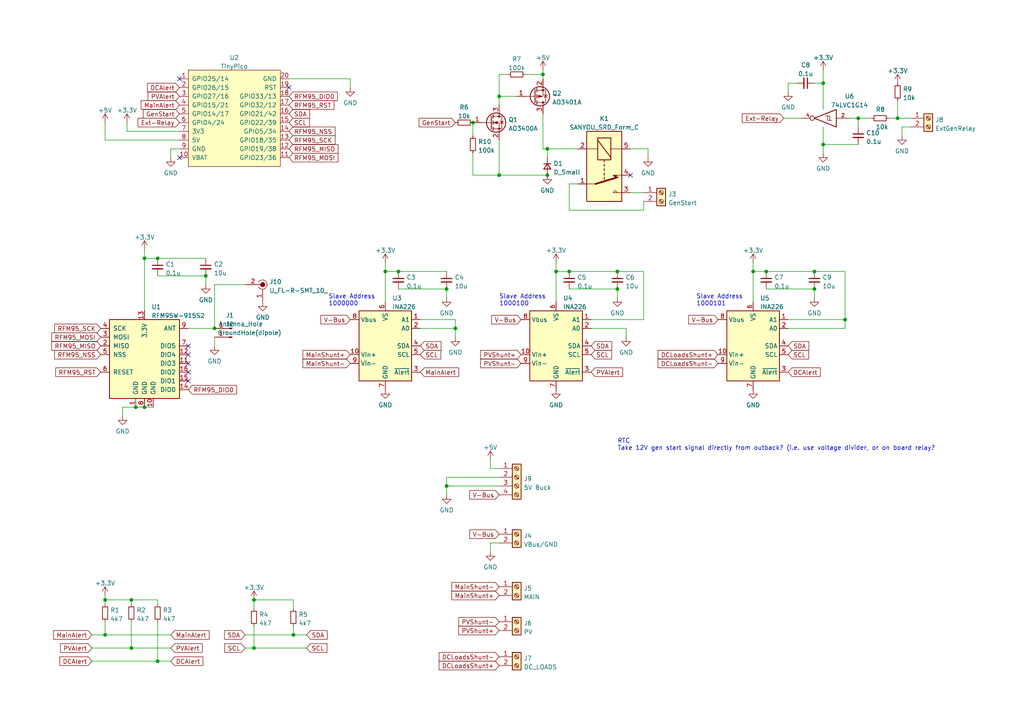
<source format=kicad_sch>
(kicad_sch (version 20230121) (generator eeschema)
  (paper "A4")
  (lib_symbols
    (symbol "74xGxx:74LVC1G14" (pin_names (offset 1.016))
      (property "Reference" "U" (at -2.54 3.81 0))
      (property "Value" "74LVC1G14" (at 0 -3.81 0))
      (symbol "74LVC1G14_0_1"
        (polyline (pts (xy -1.905 -0.635) (xy -1.27 -0.635) (xy -1.27 0.635)))
        (polyline (pts (xy -3.81 2.54) (xy -3.81 -2.54) (xy 2.54 0) (xy -3.81 2.54)) (stroke (width 0.254)))
        (polyline (pts (xy -2.54 -0.635) (xy -1.905 -0.635) (xy -1.905 0.635) (xy -0.635 0.635)))
      )
      (symbol "74LVC1G14_1_1"
        (pin input line (at -7.62 0 0) (length 3.81) (name "~") (number "2"))
        (pin power_in line (at 0 -2.54 270) (length 0) hide (name "GND") (number "3"))
        (pin output inverted (at 6.35 0 180) (length 3.81) (name "~") (number "4"))
        (pin power_in line (at 0 2.54 90) (length 0) hide (name "VCC") (number "5"))
      )
    )
    (symbol "Analog_ADC:INA226"
      (property "Reference" "U" (at -6.35 11.43 0))
      (property "Value" "INA226" (at 3.81 11.43 0))
      (symbol "INA226_0_1"
        (rectangle (start 7.62 10.16) (end -7.62 -10.16) (stroke (width 0.254)) (fill (type background)))
      )
      (symbol "INA226_1_1"
        (pin input line (at 10.16 7.62 180) (length 2.54) (name "A1") (number "1"))
        (pin input line (at -10.16 -2.54 0) (length 2.54) (name "Vin+") (number "10"))
        (pin input line (at 10.16 5.08 180) (length 2.54) (name "A0") (number "2"))
        (pin open_collector line (at 10.16 -7.62 180) (length 2.54) (name "~{Alert}") (number "3"))
        (pin bidirectional line (at 10.16 0 180) (length 2.54) (name "SDA") (number "4"))
        (pin input line (at 10.16 -2.54 180) (length 2.54) (name "SCL") (number "5"))
        (pin power_in line (at 0 12.7 270) (length 2.54) (name "VS") (number "6"))
        (pin power_in line (at 0 -12.7 90) (length 2.54) (name "GND") (number "7"))
        (pin input line (at -10.16 7.62 0) (length 2.54) (name "Vbus") (number "8"))
        (pin input line (at -10.16 -5.08 0) (length 2.54) (name "Vin-") (number "9"))
      )
    )
    (symbol "Connector:Conn_01x01_Male" (pin_names (offset 1.016) hide)
      (property "Reference" "J" (at 0 2.54 0))
      (property "Value" "Conn_01x01_Male" (at 0 -2.54 0))
      (symbol "Conn_01x01_Male_1_1"
        (polyline (pts (xy 1.27 0) (xy 0.8636 0)) (stroke (width 0.1524)))
        (rectangle (start 0.8636 0.127) (end 0 -0.127) (stroke (width 0.1524)) (fill (type outline)))
        (pin passive line (at 5.08 0 180) (length 3.81) (name "Pin_1") (number "1"))
      )
    )
    (symbol "Connector:Screw_Terminal_01x02" (pin_names (offset 1.016) hide)
      (property "Reference" "J" (at 0 2.54 0))
      (property "Value" "Screw_Terminal_01x02" (at 0 -5.08 0))
      (symbol "Screw_Terminal_01x02_1_1"
        (rectangle (start -1.27 1.27) (end 1.27 -3.81) (stroke (width 0.254)) (fill (type background)))
        (circle (center 0 -2.54) (radius 0.635) (stroke (width 0.1524)))
        (polyline (pts (xy -0.5334 -2.2098) (xy 0.3302 -3.048)) (stroke (width 0.1524)))
        (polyline (pts (xy -0.5334 0.3302) (xy 0.3302 -0.508)) (stroke (width 0.1524)))
        (polyline (pts (xy -0.3556 -2.032) (xy 0.508 -2.8702)) (stroke (width 0.1524)))
        (polyline (pts (xy -0.3556 0.508) (xy 0.508 -0.3302)) (stroke (width 0.1524)))
        (circle (center 0 0) (radius 0.635) (stroke (width 0.1524)))
        (pin passive line (at -5.08 0 0) (length 3.81) (name "Pin_1") (number "1"))
        (pin passive line (at -5.08 -2.54 0) (length 3.81) (name "Pin_2") (number "2"))
      )
    )
    (symbol "Connector:Screw_Terminal_01x04" (pin_names (offset 1.016) hide)
      (property "Reference" "J" (at 0 5.08 0))
      (property "Value" "Screw_Terminal_01x04" (at 0 -7.62 0))
      (symbol "Screw_Terminal_01x04_1_1"
        (rectangle (start -1.27 3.81) (end 1.27 -6.35) (stroke (width 0.254)) (fill (type background)))
        (circle (center 0 -5.08) (radius 0.635) (stroke (width 0.1524)))
        (circle (center 0 -2.54) (radius 0.635) (stroke (width 0.1524)))
        (polyline (pts (xy -0.5334 -4.7498) (xy 0.3302 -5.588)) (stroke (width 0.1524)))
        (polyline (pts (xy -0.5334 -2.2098) (xy 0.3302 -3.048)) (stroke (width 0.1524)))
        (polyline (pts (xy -0.5334 0.3302) (xy 0.3302 -0.508)) (stroke (width 0.1524)))
        (polyline (pts (xy -0.5334 2.8702) (xy 0.3302 2.032)) (stroke (width 0.1524)))
        (polyline (pts (xy -0.3556 -4.572) (xy 0.508 -5.4102)) (stroke (width 0.1524)))
        (polyline (pts (xy -0.3556 -2.032) (xy 0.508 -2.8702)) (stroke (width 0.1524)))
        (polyline (pts (xy -0.3556 0.508) (xy 0.508 -0.3302)) (stroke (width 0.1524)))
        (polyline (pts (xy -0.3556 3.048) (xy 0.508 2.2098)) (stroke (width 0.1524)))
        (circle (center 0 0) (radius 0.635) (stroke (width 0.1524)))
        (circle (center 0 2.54) (radius 0.635) (stroke (width 0.1524)))
        (pin passive line (at -5.08 2.54 0) (length 3.81) (name "Pin_1") (number "1"))
        (pin passive line (at -5.08 0 0) (length 3.81) (name "Pin_2") (number "2"))
        (pin passive line (at -5.08 -2.54 0) (length 3.81) (name "Pin_3") (number "3"))
        (pin passive line (at -5.08 -5.08 0) (length 3.81) (name "Pin_4") (number "4"))
      )
    )
    (symbol "Device:C_Small" (pin_numbers hide) (pin_names (offset 0.254) hide)
      (property "Reference" "C" (at 0.254 1.778 0))
      (property "Value" "C_Small" (at 0.254 -2.032 0))
      (symbol "C_Small_0_1"
        (polyline (pts (xy -1.524 -0.508) (xy 1.524 -0.508)) (stroke (width 0.3302)))
        (polyline (pts (xy -1.524 0.508) (xy 1.524 0.508)) (stroke (width 0.3048)))
      )
      (symbol "C_Small_1_1"
        (pin passive line (at 0 2.54 270) (length 2.032) (name "~") (number "1"))
        (pin passive line (at 0 -2.54 90) (length 2.032) (name "~") (number "2"))
      )
    )
    (symbol "Device:D_Small" (pin_numbers hide) (pin_names (offset 0.254) hide)
      (property "Reference" "D" (at -1.27 2.032 0))
      (property "Value" "D_Small" (at -3.81 -2.032 0))
      (symbol "D_Small_0_1"
        (polyline (pts (xy -0.762 -1.016) (xy -0.762 1.016)) (stroke (width 0.254)))
        (polyline (pts (xy -0.762 0) (xy 0.762 0)))
        (polyline (pts (xy 0.762 -1.016) (xy -0.762 0) (xy 0.762 1.016) (xy 0.762 -1.016)) (stroke (width 0.254)))
      )
      (symbol "D_Small_1_1"
        (pin passive line (at -2.54 0 0) (length 1.778) (name "K") (number "1"))
        (pin passive line (at 2.54 0 180) (length 1.778) (name "A") (number "2"))
      )
    )
    (symbol "Device:R_Small" (pin_numbers hide) (pin_names (offset 0.254) hide)
      (property "Reference" "R" (at 0.762 0.508 0))
      (property "Value" "R_Small" (at 0.762 -1.016 0))
      (symbol "R_Small_0_1"
        (rectangle (start -0.762 1.778) (end 0.762 -1.778) (stroke (width 0.2032)))
      )
      (symbol "R_Small_1_1"
        (pin passive line (at 0 2.54 270) (length 0.762) (name "~") (number "1"))
        (pin passive line (at 0 -2.54 90) (length 0.762) (name "~") (number "2"))
      )
    )
    (symbol "RF_Module:RFM95W-915S2" (pin_names (offset 1.016))
      (property "Reference" "U" (at -10.414 11.684 0))
      (property "Value" "RFM95W-915S2" (at 1.524 11.43 0))
      (symbol "RFM95W-915S2_0_1"
        (rectangle (start -10.16 10.16) (end 10.16 -12.7) (stroke (width 0.254)) (fill (type background)))
      )
      (symbol "RFM95W-915S2_1_1"
        (pin power_in line (at -2.54 -15.24 90) (length 2.54) (name "GND") (number "1"))
        (pin power_in line (at 2.54 -15.24 90) (length 2.54) (name "GND") (number "10"))
        (pin bidirectional line (at 12.7 -2.54 180) (length 2.54) (name "DIO3") (number "11"))
        (pin bidirectional line (at 12.7 0 180) (length 2.54) (name "DIO4") (number "12"))
        (pin power_in line (at 0 12.7 270) (length 2.54) (name "3.3V") (number "13"))
        (pin bidirectional line (at 12.7 -10.16 180) (length 2.54) (name "DIO0") (number "14"))
        (pin bidirectional line (at 12.7 -7.62 180) (length 2.54) (name "DIO1") (number "15"))
        (pin bidirectional line (at 12.7 -5.08 180) (length 2.54) (name "DIO2") (number "16"))
        (pin output line (at -12.7 2.54 0) (length 2.54) (name "MISO") (number "2"))
        (pin input line (at -12.7 5.08 0) (length 2.54) (name "MOSI") (number "3"))
        (pin input line (at -12.7 7.62 0) (length 2.54) (name "SCK") (number "4"))
        (pin input line (at -12.7 0 0) (length 2.54) (name "NSS") (number "5"))
        (pin bidirectional line (at -12.7 -5.08 0) (length 2.54) (name "RESET") (number "6"))
        (pin bidirectional line (at 12.7 2.54 180) (length 2.54) (name "DIO5") (number "7"))
        (pin power_in line (at 0 -15.24 90) (length 2.54) (name "GND") (number "8"))
        (pin bidirectional line (at 12.7 7.62 180) (length 2.54) (name "ANT") (number "9"))
      )
    )
    (symbol "Relay:SANYOU_SRD_Form_C"
      (property "Reference" "K" (at 11.43 3.81 0))
      (property "Value" "SANYOU_SRD_Form_C" (at 11.43 1.27 0))
      (symbol "SANYOU_SRD_Form_C_0_0"
        (polyline (pts (xy 7.62 5.08) (xy 7.62 2.54) (xy 6.985 3.175) (xy 7.62 3.81)))
      )
      (symbol "SANYOU_SRD_Form_C_0_1"
        (rectangle (start -10.16 5.08) (end 10.16 -5.08) (stroke (width 0.254)) (fill (type background)))
        (rectangle (start -8.255 1.905) (end -1.905 -1.905) (stroke (width 0.254)))
        (polyline (pts (xy -7.62 -1.905) (xy -2.54 1.905)) (stroke (width 0.254)))
        (polyline (pts (xy -5.08 -5.08) (xy -5.08 -1.905)))
        (polyline (pts (xy -5.08 5.08) (xy -5.08 1.905)))
        (polyline (pts (xy -1.905 0) (xy -1.27 0)) (stroke (width 0.254)))
        (polyline (pts (xy -0.635 0) (xy 0 0)) (stroke (width 0.254)))
        (polyline (pts (xy 0.635 0) (xy 1.27 0)) (stroke (width 0.254)))
        (polyline (pts (xy 1.905 0) (xy 2.54 0)) (stroke (width 0.254)))
        (polyline (pts (xy 3.175 0) (xy 3.81 0)) (stroke (width 0.254)))
        (polyline (pts (xy 5.08 -2.54) (xy 3.175 3.81)) (stroke (width 0.508)))
        (polyline (pts (xy 5.08 -2.54) (xy 5.08 -5.08)))
      )
      (symbol "SANYOU_SRD_Form_C_1_1"
        (polyline (pts (xy 2.54 3.81) (xy 3.175 3.175) (xy 2.54 2.54) (xy 2.54 5.08)) (fill (type outline)))
        (pin passive line (at 5.08 -7.62 90) (length 2.54) (name "~") (number "1"))
        (pin passive line (at -5.08 -7.62 90) (length 2.54) (name "~") (number "2"))
        (pin passive line (at 7.62 7.62 270) (length 2.54) (name "~") (number "3"))
        (pin passive line (at 2.54 7.62 270) (length 2.54) (name "~") (number "4"))
        (pin passive line (at -5.08 7.62 270) (length 2.54) (name "~") (number "5"))
      )
    )
    (symbol "Transistor_FET:AO3400A" (pin_names hide)
      (property "Reference" "Q" (at 5.08 1.905 0))
      (property "Value" "AO3400A" (at 5.08 0 0))
      (symbol "AO3400A_0_1"
        (polyline (pts (xy 0.254 0) (xy -2.54 0)))
        (polyline (pts (xy 0.254 1.905) (xy 0.254 -1.905)) (stroke (width 0.254)))
        (polyline (pts (xy 0.762 -1.27) (xy 0.762 -2.286)) (stroke (width 0.254)))
        (polyline (pts (xy 0.762 0.508) (xy 0.762 -0.508)) (stroke (width 0.254)))
        (polyline (pts (xy 0.762 2.286) (xy 0.762 1.27)) (stroke (width 0.254)))
        (polyline (pts (xy 2.54 2.54) (xy 2.54 1.778)))
        (polyline (pts (xy 2.54 -2.54) (xy 2.54 0) (xy 0.762 0)))
        (polyline (pts (xy 0.762 -1.778) (xy 3.302 -1.778) (xy 3.302 1.778) (xy 0.762 1.778)))
        (polyline (pts (xy 1.016 0) (xy 2.032 0.381) (xy 2.032 -0.381) (xy 1.016 0)) (fill (type outline)))
        (polyline (pts (xy 2.794 0.508) (xy 2.921 0.381) (xy 3.683 0.381) (xy 3.81 0.254)))
        (polyline (pts (xy 3.302 0.381) (xy 2.921 -0.254) (xy 3.683 -0.254) (xy 3.302 0.381)))
        (circle (center 1.651 0) (radius 2.794) (stroke (width 0.254)))
        (circle (center 2.54 -1.778) (radius 0.254) (fill (type outline)))
        (circle (center 2.54 1.778) (radius 0.254) (fill (type outline)))
      )
      (symbol "AO3400A_1_1"
        (pin input line (at -5.08 0 0) (length 2.54) (name "G") (number "1"))
        (pin passive line (at 2.54 -5.08 90) (length 2.54) (name "S") (number "2"))
        (pin passive line (at 2.54 5.08 270) (length 2.54) (name "D") (number "3"))
      )
    )
    (symbol "Transistor_FET:AO3401A" (pin_names hide)
      (property "Reference" "Q" (at 5.08 1.905 0))
      (property "Value" "AO3401A" (at 5.08 0 0))
      (symbol "AO3401A_0_1"
        (polyline (pts (xy 0.254 0) (xy -2.54 0)))
        (polyline (pts (xy 0.254 1.905) (xy 0.254 -1.905)) (stroke (width 0.254)))
        (polyline (pts (xy 0.762 -1.27) (xy 0.762 -2.286)) (stroke (width 0.254)))
        (polyline (pts (xy 0.762 0.508) (xy 0.762 -0.508)) (stroke (width 0.254)))
        (polyline (pts (xy 0.762 2.286) (xy 0.762 1.27)) (stroke (width 0.254)))
        (polyline (pts (xy 2.54 2.54) (xy 2.54 1.778)))
        (polyline (pts (xy 2.54 -2.54) (xy 2.54 0) (xy 0.762 0)))
        (polyline (pts (xy 0.762 1.778) (xy 3.302 1.778) (xy 3.302 -1.778) (xy 0.762 -1.778)))
        (polyline (pts (xy 2.286 0) (xy 1.27 0.381) (xy 1.27 -0.381) (xy 2.286 0)) (fill (type outline)))
        (polyline (pts (xy 2.794 -0.508) (xy 2.921 -0.381) (xy 3.683 -0.381) (xy 3.81 -0.254)))
        (polyline (pts (xy 3.302 -0.381) (xy 2.921 0.254) (xy 3.683 0.254) (xy 3.302 -0.381)))
        (circle (center 1.651 0) (radius 2.794) (stroke (width 0.254)))
        (circle (center 2.54 -1.778) (radius 0.254) (fill (type outline)))
        (circle (center 2.54 1.778) (radius 0.254) (fill (type outline)))
      )
      (symbol "AO3401A_1_1"
        (pin input line (at -5.08 0 0) (length 2.54) (name "G") (number "1"))
        (pin passive line (at 2.54 -5.08 90) (length 2.54) (name "S") (number "2"))
        (pin passive line (at 2.54 5.08 270) (length 2.54) (name "D") (number "3"))
      )
    )
    (symbol "dk_Coaxial-Connectors-RF:U_FL-R-SMT_10_" (pin_names (offset 1.016))
      (property "Reference" "J" (at -1.27 1.27 0))
      (property "Value" "U_FL-R-SMT_10_" (at 1.27 -2.54 0))
      (symbol "U_FL-R-SMT_10__1_1"
        (arc (start -1.27 0) (mid -0.2651 -1.3081) (end 1.27 -0.635))
        (circle (center 0 0) (radius 0.635) (fill (type outline)))
        (arc (start 1.27 0.635) (mid -0.2496 1.3256) (end -1.27 0))
        (pin passive line (at 0 -5.08 90) (length 3.683) (name "~") (number "1"))
        (pin passive line (at 5.08 0 180) (length 4.445) (name "~") (number "2"))
      )
    )
    (symbol "dmc_dev_modules:TinyPico" (pin_names (offset 1.016))
      (property "Reference" "U" (at -8.89 16.51 0))
      (property "Value" "TinyPico" (at -8.89 13.97 0))
      (symbol "TinyPico_0_1"
        (rectangle (start -13.97 12.7) (end 12.7 -15.24) (fill (type background)))
      )
      (symbol "TinyPico_1_1"
        (pin passive line (at -16.51 10.16 0) (length 2.54) (name "GPIO25/14") (number "1"))
        (pin passive line (at -16.51 -12.7 0) (length 2.54) (name "VBAT") (number "10"))
        (pin passive line (at 15.24 -12.7 180) (length 2.54) (name "GPIO23/36") (number "11"))
        (pin passive line (at 15.24 -10.16 180) (length 2.54) (name "GPIO19/38") (number "12"))
        (pin passive line (at 15.24 -7.62 180) (length 2.54) (name "GPIO18/35") (number "13"))
        (pin passive line (at 15.24 -5.08 180) (length 2.54) (name "GPIO5/34") (number "14"))
        (pin passive line (at 15.24 -2.54 180) (length 2.54) (name "GPIO22/39") (number "15"))
        (pin passive line (at 15.24 0 180) (length 2.54) (name "GPIO21/42") (number "16"))
        (pin passive line (at 15.24 2.54 180) (length 2.54) (name "GPIO32/12") (number "17"))
        (pin passive line (at 15.24 5.08 180) (length 2.54) (name "GPIO33/13") (number "18"))
        (pin passive line (at 15.24 7.62 180) (length 2.54) (name "RST") (number "19"))
        (pin passive line (at -16.51 7.62 0) (length 2.54) (name "GPIO26/15") (number "2"))
        (pin power_in line (at 15.24 10.16 180) (length 2.54) (name "GND") (number "20"))
        (pin passive line (at -16.51 5.08 0) (length 2.54) (name "GPIO27/16") (number "3"))
        (pin passive line (at -16.51 2.54 0) (length 2.54) (name "GPIO15/21") (number "4"))
        (pin passive line (at -16.51 0 0) (length 2.54) (name "GPIO14/17") (number "5"))
        (pin passive line (at -16.51 -2.54 0) (length 2.54) (name "GPIO4/24") (number "6"))
        (pin power_out line (at -16.51 -5.08 0) (length 2.54) (name "3V3") (number "7"))
        (pin power_in line (at -16.51 -7.62 0) (length 2.54) (name "5V") (number "8"))
        (pin power_in line (at -16.51 -10.16 0) (length 2.54) (name "GND") (number "9"))
      )
    )
    (symbol "power:+3.3V" (power) (pin_names (offset 0))
      (property "Value" "+3.3V" (at 0 3.556 0))
      (symbol "+3.3V_0_1"
        (polyline (pts (xy -0.762 1.27) (xy 0 2.54)))
        (polyline (pts (xy 0 0) (xy 0 2.54)))
        (polyline (pts (xy 0 2.54) (xy 0.762 1.27)))
      )
      (symbol "+3.3V_1_1"
        (pin power_in line (at 0 0 90) (length 0) hide (name "+3.3V") (number "1"))
      )
    )
    (symbol "power:+5V" (power) (pin_names (offset 0))
      (property "Value" "+5V" (at 0 3.556 0))
      (symbol "+5V_0_1"
        (polyline (pts (xy -0.762 1.27) (xy 0 2.54)))
        (polyline (pts (xy 0 0) (xy 0 2.54)))
        (polyline (pts (xy 0 2.54) (xy 0.762 1.27)))
      )
      (symbol "+5V_1_1"
        (pin power_in line (at 0 0 90) (length 0) hide (name "+5V") (number "1"))
      )
    )
    (symbol "power:GND" (power) (pin_names (offset 0))
      (property "Value" "GND" (at 0 -3.81 0))
      (symbol "GND_0_1"
        (polyline (pts (xy 0 0) (xy 0 -1.27) (xy 1.27 -1.27) (xy 0 -2.54) (xy -1.27 -1.27) (xy 0 -1.27)))
      )
      (symbol "GND_1_1"
        (pin power_in line (at 0 0 270) (length 0) hide (name "GND") (number "1"))
      )
    )
  )
  (junction (at 85.09 184.15))
  (junction (at 129.54 140.97))
  (junction (at 115.57 78.74))
  (junction (at 62.23 95.25))
  (junction (at 179.07 78.74))
  (junction (at 222.25 78.74))
  (junction (at 165.1 78.74))
  (junction (at 238.76 24.13))
  (junction (at 73.66 173.99))
  (junction (at 59.69 80.01))
  (junction (at 73.66 187.96))
  (junction (at 45.72 74.93))
  (junction (at 158.75 50.8))
  (junction (at 144.78 27.94))
  (junction (at 236.22 78.74))
  (junction (at 132.08 95.25))
  (junction (at 158.75 43.18))
  (junction (at 144.78 50.8))
  (junction (at 236.22 83.82))
  (junction (at 39.37 118.11))
  (junction (at 38.1 173.99))
  (junction (at 41.91 118.11))
  (junction (at 161.29 78.74))
  (junction (at 41.91 74.93))
  (junction (at 179.07 83.82))
  (junction (at 137.16 35.56))
  (junction (at 218.44 78.74))
  (junction (at 260.35 34.29))
  (junction (at 157.48 21.59))
  (junction (at 30.48 184.15))
  (junction (at 238.76 41.91))
  (junction (at 38.1 187.96))
  (junction (at 245.11 92.71))
  (junction (at 248.92 34.29))
  (junction (at 129.54 83.82))
  (junction (at 111.76 78.74))
  (junction (at 45.72 191.77))
  (junction (at 30.48 173.99))
  (no_connect (at 54.61 105.41))
  (no_connect (at 54.61 107.95))
  (no_connect (at 54.61 102.87))
  (no_connect (at 52.07 45.72))
  (no_connect (at 83.82 25.4))
  (no_connect (at 54.61 100.33))
  (no_connect (at 54.61 110.49))
  (no_connect (at 182.88 50.8))
  (no_connect (at 52.07 22.86))
  (wire (pts (xy 218.44 78.74) (xy 218.44 87.63)))
  (wire (pts (xy 36.83 35.56) (xy 36.83 38.1)))
  (wire (pts (xy 144.78 50.8) (xy 158.75 50.8)))
  (wire (pts (xy 71.12 82.55) (xy 62.23 82.55)))
  (wire (pts (xy 121.92 95.25) (xy 132.08 95.25)))
  (wire (pts (xy 157.48 43.18) (xy 158.75 43.18)))
  (wire (pts (xy 236.22 24.13) (xy 238.76 24.13)))
  (wire (pts (xy 182.88 55.88) (xy 186.69 55.88)))
  (wire (pts (xy 45.72 74.93) (xy 59.69 74.93)))
  (wire (pts (xy 222.25 83.82) (xy 236.22 83.82)))
  (wire (pts (xy 30.48 184.15) (xy 49.53 184.15)))
  (wire (pts (xy 111.76 76.2) (xy 111.76 78.74)))
  (wire (pts (xy 144.78 138.43) (xy 129.54 138.43)))
  (wire (pts (xy 179.07 83.82) (xy 179.07 86.36)))
  (wire (pts (xy 228.6 95.25) (xy 245.11 95.25)))
  (wire (pts (xy 30.48 180.34) (xy 30.48 184.15)))
  (wire (pts (xy 137.16 44.45) (xy 137.16 50.8)))
  (wire (pts (xy 137.16 35.56) (xy 137.16 39.37)))
  (wire (pts (xy 152.4 21.59) (xy 157.48 21.59)))
  (wire (pts (xy 49.53 43.18) (xy 49.53 45.72)))
  (wire (pts (xy 228.6 92.71) (xy 245.11 92.71)))
  (wire (pts (xy 62.23 97.79) (xy 62.23 100.33)))
  (wire (pts (xy 171.45 95.25) (xy 181.61 95.25)))
  (wire (pts (xy 157.48 33.02) (xy 157.48 43.18)))
  (wire (pts (xy 30.48 172.72) (xy 30.48 173.99)))
  (wire (pts (xy 171.45 92.71) (xy 186.69 92.71)))
  (wire (pts (xy 261.62 36.83) (xy 261.62 39.37)))
  (wire (pts (xy 158.75 43.18) (xy 167.64 43.18)))
  (wire (pts (xy 228.6 24.13) (xy 228.6 26.67)))
  (wire (pts (xy 62.23 82.55) (xy 62.23 95.25)))
  (wire (pts (xy 73.66 187.96) (xy 88.9 187.96)))
  (wire (pts (xy 36.83 38.1) (xy 52.07 38.1)))
  (wire (pts (xy 260.35 34.29) (xy 264.16 34.29)))
  (wire (pts (xy 158.75 43.18) (xy 158.75 45.72)))
  (wire (pts (xy 26.67 191.77) (xy 45.72 191.77)))
  (wire (pts (xy 71.12 187.96) (xy 73.66 187.96)))
  (wire (pts (xy 30.48 40.64) (xy 30.48 35.56)))
  (wire (pts (xy 165.1 78.74) (xy 179.07 78.74)))
  (wire (pts (xy 129.54 138.43) (xy 129.54 140.97)))
  (wire (pts (xy 85.09 173.99) (xy 73.66 173.99)))
  (wire (pts (xy 83.82 22.86) (xy 101.6 22.86)))
  (wire (pts (xy 38.1 173.99) (xy 45.72 173.99)))
  (wire (pts (xy 137.16 50.8) (xy 144.78 50.8)))
  (wire (pts (xy 52.07 40.64) (xy 30.48 40.64)))
  (wire (pts (xy 218.44 76.2) (xy 218.44 78.74)))
  (wire (pts (xy 238.76 36.83) (xy 238.76 41.91)))
  (wire (pts (xy 144.78 140.97) (xy 129.54 140.97)))
  (wire (pts (xy 238.76 41.91) (xy 238.76 44.45)))
  (wire (pts (xy 246.38 34.29) (xy 248.92 34.29)))
  (wire (pts (xy 218.44 78.74) (xy 222.25 78.74)))
  (wire (pts (xy 187.96 43.18) (xy 187.96 45.72)))
  (wire (pts (xy 144.78 30.48) (xy 144.78 27.94)))
  (wire (pts (xy 85.09 176.53) (xy 85.09 173.99)))
  (wire (pts (xy 161.29 78.74) (xy 161.29 87.63)))
  (wire (pts (xy 45.72 175.26) (xy 45.72 173.99)))
  (wire (pts (xy 157.48 21.59) (xy 157.48 22.86)))
  (wire (pts (xy 248.92 34.29) (xy 248.92 36.83)))
  (wire (pts (xy 73.66 181.61) (xy 73.66 187.96)))
  (wire (pts (xy 147.32 21.59) (xy 144.78 21.59)))
  (wire (pts (xy 85.09 184.15) (xy 88.9 184.15)))
  (wire (pts (xy 245.11 78.74) (xy 236.22 78.74)))
  (wire (pts (xy 115.57 83.82) (xy 129.54 83.82)))
  (wire (pts (xy 186.69 78.74) (xy 179.07 78.74)))
  (wire (pts (xy 45.72 80.01) (xy 59.69 80.01)))
  (wire (pts (xy 181.61 95.25) (xy 181.61 97.79)))
  (wire (pts (xy 238.76 24.13) (xy 238.76 31.75)))
  (wire (pts (xy 165.1 60.96) (xy 165.1 53.34)))
  (wire (pts (xy 165.1 53.34) (xy 167.64 53.34)))
  (wire (pts (xy 186.69 60.96) (xy 165.1 60.96)))
  (wire (pts (xy 44.45 118.11) (xy 41.91 118.11)))
  (wire (pts (xy 144.78 27.94) (xy 149.86 27.94)))
  (wire (pts (xy 35.56 118.11) (xy 35.56 120.65)))
  (wire (pts (xy 227.33 34.29) (xy 232.41 34.29)))
  (wire (pts (xy 45.72 180.34) (xy 45.72 191.77)))
  (wire (pts (xy 260.35 29.21) (xy 260.35 34.29)))
  (wire (pts (xy 26.67 184.15) (xy 30.48 184.15)))
  (wire (pts (xy 54.61 95.25) (xy 62.23 95.25)))
  (wire (pts (xy 30.48 173.99) (xy 30.48 175.26)))
  (wire (pts (xy 248.92 34.29) (xy 252.73 34.29)))
  (wire (pts (xy 161.29 76.2) (xy 161.29 78.74)))
  (wire (pts (xy 142.24 157.48) (xy 142.24 160.02)))
  (wire (pts (xy 121.92 92.71) (xy 132.08 92.71)))
  (wire (pts (xy 52.07 43.18) (xy 49.53 43.18)))
  (wire (pts (xy 238.76 20.32) (xy 238.76 24.13)))
  (wire (pts (xy 264.16 36.83) (xy 261.62 36.83)))
  (wire (pts (xy 238.76 41.91) (xy 248.92 41.91)))
  (wire (pts (xy 132.08 95.25) (xy 132.08 97.79)))
  (wire (pts (xy 129.54 83.82) (xy 129.54 86.36)))
  (wire (pts (xy 85.09 181.61) (xy 85.09 184.15)))
  (wire (pts (xy 142.24 133.35) (xy 142.24 135.89)))
  (wire (pts (xy 129.54 140.97) (xy 129.54 143.51)))
  (wire (pts (xy 41.91 118.11) (xy 39.37 118.11)))
  (wire (pts (xy 186.69 58.42) (xy 186.69 60.96)))
  (wire (pts (xy 245.11 92.71) (xy 245.11 78.74)))
  (wire (pts (xy 45.72 191.77) (xy 49.53 191.77)))
  (wire (pts (xy 38.1 173.99) (xy 38.1 175.26)))
  (wire (pts (xy 144.78 157.48) (xy 142.24 157.48)))
  (wire (pts (xy 73.66 173.99) (xy 73.66 176.53)))
  (wire (pts (xy 182.88 43.18) (xy 187.96 43.18)))
  (wire (pts (xy 71.12 184.15) (xy 85.09 184.15)))
  (wire (pts (xy 30.48 173.99) (xy 38.1 173.99)))
  (wire (pts (xy 231.14 24.13) (xy 228.6 24.13)))
  (wire (pts (xy 39.37 118.11) (xy 35.56 118.11)))
  (wire (pts (xy 245.11 95.25) (xy 245.11 92.71)))
  (wire (pts (xy 222.25 78.74) (xy 236.22 78.74)))
  (wire (pts (xy 157.48 20.32) (xy 157.48 21.59)))
  (wire (pts (xy 236.22 83.82) (xy 236.22 86.36)))
  (wire (pts (xy 132.08 92.71) (xy 132.08 95.25)))
  (wire (pts (xy 144.78 40.64) (xy 144.78 50.8)))
  (wire (pts (xy 257.81 34.29) (xy 260.35 34.29)))
  (wire (pts (xy 111.76 78.74) (xy 115.57 78.74)))
  (wire (pts (xy 26.67 187.96) (xy 38.1 187.96)))
  (wire (pts (xy 41.91 72.39) (xy 41.91 74.93)))
  (wire (pts (xy 115.57 78.74) (xy 129.54 78.74)))
  (wire (pts (xy 165.1 83.82) (xy 179.07 83.82)))
  (wire (pts (xy 111.76 78.74) (xy 111.76 87.63)))
  (wire (pts (xy 142.24 135.89) (xy 144.78 135.89)))
  (wire (pts (xy 41.91 74.93) (xy 41.91 90.17)))
  (wire (pts (xy 161.29 78.74) (xy 165.1 78.74)))
  (wire (pts (xy 41.91 74.93) (xy 45.72 74.93)))
  (wire (pts (xy 101.6 22.86) (xy 101.6 25.4)))
  (wire (pts (xy 38.1 180.34) (xy 38.1 187.96)))
  (wire (pts (xy 186.69 92.71) (xy 186.69 78.74)))
  (wire (pts (xy 144.78 21.59) (xy 144.78 27.94)))
  (wire (pts (xy 59.69 80.01) (xy 59.69 82.55)))
  (wire (pts (xy 38.1 187.96) (xy 49.53 187.96)))
  (text "RTC\nTake 12V gen start signal directly from outback? (i.e. use voltage divider, or on board relay?" (at 179.07 130.81 0) (effects (font (size 1.27 1.27)) (justify left bottom)))
  (text "Slave Address\n1000101" (at 201.93 88.9 0) (effects (font (size 1.27 1.27)) (justify left bottom)))
  (text "Slave Address\n1000000" (at 95.25 88.9 0) (effects (font (size 1.27 1.27)) (justify left bottom)))
  (text "Slave Address\n1000100" (at 144.78 88.9 0) (effects (font (size 1.27 1.27)) (justify left bottom)))
  (global_label "DCAlert" (shape input) (at 49.53 191.77 0) (property "Intersheetrefs" "${INTERSHEET_REFS}" (effects hide)))
  (global_label "PVAlert" (shape input) (at 52.07 27.94 180) (property "Intersheetrefs" "${INTERSHEET_REFS}" (effects hide)))
  (global_label "MainAlert" (shape input) (at 121.92 107.95 0) (property "Intersheetrefs" "${INTERSHEET_REFS}" (effects hide)))
  (global_label "DCLoadsShunt+" (shape input) (at 208.28 102.87 180) (property "Intersheetrefs" "${INTERSHEET_REFS}" (effects hide)))
  (global_label "RFM95_RST" (shape input) (at 83.82 30.48 0) (property "Intersheetrefs" "${INTERSHEET_REFS}" (effects hide)))
  (global_label "SCL" (shape input) (at 121.92 102.87 0) (property "Intersheetrefs" "${INTERSHEET_REFS}" (effects hide)))
  (global_label "DCAlert" (shape input) (at 228.6 107.95 0) (property "Intersheetrefs" "${INTERSHEET_REFS}" (effects hide)))
  (global_label "SDA" (shape input) (at 71.12 184.15 180) (property "Intersheetrefs" "${INTERSHEET_REFS}" (effects hide)))
  (global_label "DCLoadsShunt-" (shape input) (at 208.28 105.41 180) (property "Intersheetrefs" "${INTERSHEET_REFS}" (effects hide)))
  (global_label "MainAlert" (shape input) (at 49.53 184.15 0) (property "Intersheetrefs" "${INTERSHEET_REFS}" (effects hide)))
  (global_label "DCLoadsShunt+" (shape input) (at 144.78 193.04 180) (property "Intersheetrefs" "${INTERSHEET_REFS}" (effects hide)))
  (global_label "RFM95_DIO0" (shape input) (at 83.82 27.94 0) (property "Intersheetrefs" "${INTERSHEET_REFS}" (effects hide)))
  (global_label "GenStart" (shape input) (at 52.07 33.02 180) (property "Intersheetrefs" "${INTERSHEET_REFS}" (effects hide)))
  (global_label "RFM95_SCK" (shape input) (at 83.82 40.64 0) (property "Intersheetrefs" "${INTERSHEET_REFS}" (effects hide)))
  (global_label "SDA" (shape input) (at 83.82 33.02 0) (property "Intersheetrefs" "${INTERSHEET_REFS}" (effects hide)))
  (global_label "MainAlert" (shape input) (at 52.07 30.48 180) (property "Intersheetrefs" "${INTERSHEET_REFS}" (effects hide)))
  (global_label "V-Bus" (shape input) (at 151.13 92.71 180) (property "Intersheetrefs" "${INTERSHEET_REFS}" (effects hide)))
  (global_label "RFM95_MOSI" (shape input) (at 29.21 97.79 180) (property "Intersheetrefs" "${INTERSHEET_REFS}" (effects hide)))
  (global_label "SDA" (shape input) (at 88.9 184.15 0) (property "Intersheetrefs" "${INTERSHEET_REFS}" (effects hide)))
  (global_label "MainShunt-" (shape input) (at 101.6 105.41 180) (property "Intersheetrefs" "${INTERSHEET_REFS}" (effects hide)))
  (global_label "SCL" (shape input) (at 88.9 187.96 0) (property "Intersheetrefs" "${INTERSHEET_REFS}" (effects hide)))
  (global_label "DCLoadsShunt-" (shape input) (at 144.78 190.5 180) (property "Intersheetrefs" "${INTERSHEET_REFS}" (effects hide)))
  (global_label "RFM95_MISO" (shape input) (at 83.82 43.18 0) (property "Intersheetrefs" "${INTERSHEET_REFS}" (effects hide)))
  (global_label "SCL" (shape input) (at 228.6 102.87 0) (property "Intersheetrefs" "${INTERSHEET_REFS}" (effects hide)))
  (global_label "RFM95_MISO" (shape input) (at 29.21 100.33 180) (property "Intersheetrefs" "${INTERSHEET_REFS}" (effects hide)))
  (global_label "MainShunt+" (shape input) (at 144.78 172.72 180) (property "Intersheetrefs" "${INTERSHEET_REFS}" (effects hide)))
  (global_label "DCAlert" (shape input) (at 26.67 191.77 180) (property "Intersheetrefs" "${INTERSHEET_REFS}" (effects hide)))
  (global_label "RFM95_NSS" (shape input) (at 83.82 38.1 0) (property "Intersheetrefs" "${INTERSHEET_REFS}" (effects hide)))
  (global_label "V-Bus" (shape input) (at 144.78 154.94 180) (property "Intersheetrefs" "${INTERSHEET_REFS}" (effects hide)))
  (global_label "PVAlert" (shape input) (at 26.67 187.96 180) (property "Intersheetrefs" "${INTERSHEET_REFS}" (effects hide)))
  (global_label "DCAlert" (shape input) (at 52.07 25.4 180) (property "Intersheetrefs" "${INTERSHEET_REFS}" (effects hide)))
  (global_label "SCL" (shape input) (at 83.82 35.56 0) (property "Intersheetrefs" "${INTERSHEET_REFS}" (effects hide)))
  (global_label "SCL" (shape input) (at 71.12 187.96 180) (property "Intersheetrefs" "${INTERSHEET_REFS}" (effects hide)))
  (global_label "V-Bus" (shape input) (at 101.6 92.71 180) (property "Intersheetrefs" "${INTERSHEET_REFS}" (effects hide)))
  (global_label "MainShunt-" (shape input) (at 144.78 170.18 180) (property "Intersheetrefs" "${INTERSHEET_REFS}" (effects hide)))
  (global_label "V-Bus" (shape input) (at 208.28 92.71 180) (property "Intersheetrefs" "${INTERSHEET_REFS}" (effects hide)))
  (global_label "RFM95_DIO0" (shape input) (at 54.61 113.03 0) (property "Intersheetrefs" "${INTERSHEET_REFS}" (effects hide)))
  (global_label "MainShunt+" (shape input) (at 101.6 102.87 180) (property "Intersheetrefs" "${INTERSHEET_REFS}" (effects hide)))
  (global_label "PVAlert" (shape input) (at 49.53 187.96 0) (property "Intersheetrefs" "${INTERSHEET_REFS}" (effects hide)))
  (global_label "GenStart" (shape input) (at 132.08 35.56 180) (property "Intersheetrefs" "${INTERSHEET_REFS}" (effects hide)))
  (global_label "SDA" (shape input) (at 171.45 100.33 0) (property "Intersheetrefs" "${INTERSHEET_REFS}" (effects hide)))
  (global_label "Ext-Relay" (shape input) (at 52.07 35.56 180) (property "Intersheetrefs" "${INTERSHEET_REFS}" (effects hide)))
  (global_label "V-Bus" (shape input) (at 144.78 143.51 180) (property "Intersheetrefs" "${INTERSHEET_REFS}" (effects hide)))
  (global_label "PVShunt-" (shape input) (at 144.78 180.34 180) (property "Intersheetrefs" "${INTERSHEET_REFS}" (effects hide)))
  (global_label "SDA" (shape input) (at 228.6 100.33 0) (property "Intersheetrefs" "${INTERSHEET_REFS}" (effects hide)))
  (global_label "MainAlert" (shape input) (at 26.67 184.15 180) (property "Intersheetrefs" "${INTERSHEET_REFS}" (effects hide)))
  (global_label "RFM95_MOSI" (shape input) (at 83.82 45.72 0) (property "Intersheetrefs" "${INTERSHEET_REFS}" (effects hide)))
  (global_label "RFM95_SCK" (shape input) (at 29.21 95.25 180) (property "Intersheetrefs" "${INTERSHEET_REFS}" (effects hide)))
  (global_label "RFM95_RST" (shape input) (at 29.21 107.95 180) (property "Intersheetrefs" "${INTERSHEET_REFS}" (effects hide)))
  (global_label "RFM95_NSS" (shape input) (at 29.21 102.87 180) (property "Intersheetrefs" "${INTERSHEET_REFS}" (effects hide)))
  (global_label "Ext-Relay" (shape input) (at 227.33 34.29 180) (property "Intersheetrefs" "${INTERSHEET_REFS}" (effects hide)))
  (global_label "SCL" (shape input) (at 171.45 102.87 0) (property "Intersheetrefs" "${INTERSHEET_REFS}" (effects hide)))
  (global_label "PVAlert" (shape input) (at 171.45 107.95 0) (property "Intersheetrefs" "${INTERSHEET_REFS}" (effects hide)))
  (global_label "PVShunt-" (shape input) (at 151.13 105.41 180) (property "Intersheetrefs" "${INTERSHEET_REFS}" (effects hide)))
  (global_label "SDA" (shape input) (at 121.92 100.33 0) (property "Intersheetrefs" "${INTERSHEET_REFS}" (effects hide)))
  (global_label "PVShunt+" (shape input) (at 144.78 182.88 180) (property "Intersheetrefs" "${INTERSHEET_REFS}" (effects hide)))
  (global_label "PVShunt+" (shape input) (at 151.13 102.87 180) (property "Intersheetrefs" "${INTERSHEET_REFS}" (effects hide)))
  (symbol (lib_id "power:+3.3V") (at 73.66 173.99 0) (unit 1)
    (property "Reference" "#PWR09" (effects hide))
    (property "Value" "+3.3V" (at 73.66 170.4142 0))
  )
  (symbol (lib_id "power:GND") (at 76.2 87.63 0) (unit 1)
    (property "Reference" "#PWR0104" (effects hide))
    (property "Value" "GND" (at 76.2 92.0734 0))
  )
  (symbol (lib_id "power:+3.3V") (at 41.91 72.39 0) (unit 1)
    (property "Reference" "#PWR05" (effects hide))
    (property "Value" "+3.3V" (at 41.91 68.8142 0))
  )
  (symbol (lib_id "Connector:Screw_Terminal_01x02") (at 149.86 180.34 0) (unit 1)
    (property "Reference" "J6" (at 151.892 180.7753 0) (effects (justify left)))
    (property "Value" "PV" (at 151.892 183.3122 0) (effects (justify left)))
    (property "Footprint" "TerminalBlock_Phoenix:TerminalBlock_Phoenix_MKDS-1,5-2-5.08_1x02_P5.08mm_Horizontal" (effects hide))
  )
  (symbol (lib_id "power:+3.3V") (at 218.44 76.2 0) (unit 1)
    (property "Reference" "#PWR022" (effects hide))
    (property "Value" "+3.3V" (at 218.44 72.6242 0))
  )
  (symbol (lib_id "power:GND") (at 129.54 143.51 0) (unit 1)
    (property "Reference" "#PWR0103" (effects hide))
    (property "Value" "GND" (at 129.54 147.9534 0))
  )
  (symbol (lib_id "power:GND") (at 238.76 44.45 0) (unit 1)
    (property "Reference" "#PWR027" (effects hide))
    (property "Value" "GND" (at 238.76 48.8934 0))
  )
  (symbol (lib_id "Transistor_FET:AO3401A") (at 154.94 27.94 0) (mirror x) (unit 1)
    (property "Reference" "Q2" (at 160.147 27.1053 0) (effects (justify left)))
    (property "Value" "AO3401A" (at 160.147 29.6422 0) (effects (justify left)))
    (property "Footprint" "Package_TO_SOT_SMD:SOT-23" (effects hide))
    (property "Datasheet" "http://www.aosmd.com/pdfs/datasheet/AO3401A.pdf" (effects hide))
    (property "LCSC Part Number" "C15127" (effects hide))
  )
  (symbol (lib_id "power:+3.3V") (at 260.35 24.13 0) (unit 1)
    (property "Reference" "#PWR028" (effects hide))
    (property "Value" "+3.3V" (at 260.35 20.5542 0))
  )
  (symbol (lib_id "power:GND") (at 129.54 86.36 0) (unit 1)
    (property "Reference" "#PWR013" (effects hide))
    (property "Value" "GND" (at 129.54 90.8034 0))
  )
  (symbol (lib_id "Device:C_Small") (at 222.25 81.28 0) (unit 1)
    (property "Reference" "C7" (at 224.5741 80.4516 0) (effects (justify left)))
    (property "Value" "0.1u" (at 224.5741 82.9885 0) (effects (justify left)))
    (property "Footprint" "Capacitor_SMD:C_1206_3216Metric_Pad1.33x1.80mm_HandSolder" (effects hide))
    (property "LCSC Part Number" "C82601" (effects hide))
  )
  (symbol (lib_id "power:GND") (at 142.24 160.02 0) (unit 1)
    (property "Reference" "#PWR0102" (effects hide))
    (property "Value" "GND" (at 142.24 164.4634 0))
  )
  (symbol (lib_id "power:+3.3V") (at 161.29 76.2 0) (unit 1)
    (property "Reference" "#PWR017" (effects hide))
    (property "Value" "+3.3V" (at 161.29 72.6242 0))
  )
  (symbol (lib_id "Device:R_Small") (at 134.62 35.56 90) (unit 1)
    (property "Reference" "R6" (at 134.62 31.1236 90))
    (property "Value" "10k" (at 134.62 33.6605 90))
    (property "Footprint" "Resistor_SMD:R_1206_3216Metric_Pad1.30x1.75mm_HandSolder" (effects hide))
    (property "LCSC Part Number" "C17902" (effects hide))
  )
  (symbol (lib_id "Device:C_Small") (at 248.92 39.37 0) (unit 1)
    (property "Reference" "C10" (at 251.2441 38.5416 0) (effects (justify left)))
    (property "Value" "0.1u" (at 251.2441 41.0785 0) (effects (justify left)))
    (property "Footprint" "Capacitor_SMD:C_1206_3216Metric_Pad1.33x1.80mm_HandSolder" (effects hide))
    (property "LCSC Part Number" "C82601" (effects hide))
  )
  (symbol (lib_id "power:GND") (at 236.22 86.36 0) (unit 1)
    (property "Reference" "#PWR025" (effects hide))
    (property "Value" "GND" (at 236.22 90.8034 0))
  )
  (symbol (lib_id "Connector:Conn_01x01_Male") (at 67.31 97.79 180) (unit 1)
    (property "Reference" "J2" (at 66.675 94.014 0))
    (property "Value" "GroundHole(dipole)" (at 72.39 96.52 0))
    (property "Footprint" "Connector_PinHeader_1.27mm:PinHeader_1x01_P1.27mm_Vertical" (effects hide))
  )
  (symbol (lib_id "power:GND") (at 49.53 45.72 0) (unit 1)
    (property "Reference" "#PWR06" (effects hide))
    (property "Value" "GND" (at 49.53 50.1634 0))
  )
  (symbol (lib_id "power:+5V") (at 30.48 35.56 0) (unit 1)
    (property "Reference" "#PWR01" (effects hide))
    (property "Value" "+5V" (at 30.48 31.9842 0))
  )
  (symbol (lib_id "power:GND") (at 228.6 26.67 0) (unit 1)
    (property "Reference" "#PWR024" (effects hide))
    (property "Value" "GND" (at 228.6 31.1134 0))
  )
  (symbol (lib_id "Device:C_Small") (at 165.1 81.28 0) (unit 1)
    (property "Reference" "C5" (at 167.4241 80.4516 0) (effects (justify left)))
    (property "Value" "0.1u" (at 167.4241 82.9885 0) (effects (justify left)))
    (property "Footprint" "Capacitor_SMD:C_1206_3216Metric_Pad1.33x1.80mm_HandSolder" (effects hide))
    (property "LCSC Part Number" "C82601" (effects hide))
  )
  (symbol (lib_id "Analog_ADC:INA226") (at 218.44 100.33 0) (unit 1)
    (property "Reference" "U5" (at 220.4594 86.4702 0) (effects (justify left)))
    (property "Value" "INA226" (at 220.4594 89.0071 0) (effects (justify left)))
    (property "Footprint" "Package_SO:VSSOP-10_3x3mm_P0.5mm" (effects hide))
    (property "Datasheet" "http://www.ti.com/lit/ds/symlink/ina226.pdf" (effects hide))
    (property "LCSC Part Number" "C49851" (effects hide))
  )
  (symbol (lib_id "power:GND") (at 161.29 113.03 0) (unit 1)
    (property "Reference" "#PWR018" (effects hide))
    (property "Value" "GND" (at 161.29 117.4734 0))
  )
  (symbol (lib_id "Connector:Screw_Terminal_01x04") (at 149.86 138.43 0) (unit 1)
    (property "Reference" "J9" (at 151.892 138.8653 0) (effects (justify left)))
    (property "Value" "5V Buck" (at 151.892 141.4022 0) (effects (justify left)))
    (property "Footprint" "TerminalBlock_Phoenix:TerminalBlock_Phoenix_MKDS-1,5-4-5.08_1x04_P5.08mm_Horizontal" (effects hide))
  )
  (symbol (lib_id "Device:R_Small") (at 137.16 41.91 180) (unit 1)
    (property "Reference" "R10" (at 138.6586 41.0753 0) (effects (justify right)))
    (property "Value" "100k" (at 138.6586 43.6122 0) (effects (justify right)))
    (property "Footprint" "Resistor_SMD:R_1206_3216Metric_Pad1.30x1.75mm_HandSolder" (effects hide))
    (property "LCSC Part Number" "C17900" (effects hide))
  )
  (symbol (lib_id "power:+5V") (at 142.24 133.35 0) (unit 1)
    (property "Reference" "#PWR0101" (effects hide))
    (property "Value" "+5V" (at 142.24 129.7742 0))
  )
  (symbol (lib_id "power:GND") (at 158.75 50.8 0) (unit 1)
    (property "Reference" "#PWR016" (effects hide))
    (property "Value" "GND" (at 158.75 55.2434 0))
  )
  (symbol (lib_id "power:GND") (at 101.6 25.4 0) (unit 1)
    (property "Reference" "#PWR010" (effects hide))
    (property "Value" "GND" (at 101.6 29.8434 0))
  )
  (symbol (lib_id "Device:C_Small") (at 233.68 24.13 270) (unit 1)
    (property "Reference" "C8" (at 233.6736 18.8681 90))
    (property "Value" "0.1u" (at 233.6736 21.405 90))
    (property "Footprint" "Capacitor_SMD:C_1206_3216Metric_Pad1.33x1.80mm_HandSolder" (effects hide))
    (property "LCSC Part Number" "C82601" (effects hide))
  )
  (symbol (lib_id "Device:C_Small") (at 45.72 77.47 0) (unit 1)
    (property "Reference" "C1" (at 48.0441 76.6416 0) (effects (justify left)))
    (property "Value" "0.1u" (at 48.0441 79.1785 0) (effects (justify left)))
    (property "Footprint" "Capacitor_SMD:C_1206_3216Metric_Pad1.33x1.80mm_HandSolder" (effects hide))
    (property "LCSC Part Number" "C82601" (effects hide))
  )
  (symbol (lib_id "Device:C_Small") (at 59.69 77.47 0) (unit 1)
    (property "Reference" "C2" (at 62.0141 76.6416 0) (effects (justify left)))
    (property "Value" "10u" (at 62.0141 79.1785 0) (effects (justify left)))
    (property "Footprint" "Capacitor_Tantalum_SMD:CP_EIA-3216-18_Kemet-A_Pad1.58x1.35mm_HandSolder" (effects hide))
    (property "LCSC Part Number" "C7171" (effects hide))
  )
  (symbol (lib_id "power:GND") (at 62.23 100.33 0) (unit 1)
    (property "Reference" "#PWR08" (effects hide))
    (property "Value" "GND" (at 62.23 104.7734 0))
  )
  (symbol (lib_id "dmc_dev_modules:TinyPico") (at 68.58 33.02 0) (unit 1)
    (property "Reference" "U2" (at 67.945 16.7472 0))
    (property "Value" "TinyPico" (at 67.945 19.2841 0))
    (property "Footprint" "dmc-footprints:TinyPico" (effects hide))
  )
  (symbol (lib_id "RF_Module:RFM95W-915S2") (at 41.91 102.87 0) (unit 1)
    (property "Reference" "U1" (at 43.9294 89.0102 0) (effects (justify left)))
    (property "Value" "RFM95W-915S2" (at 43.9294 91.5471 0) (effects (justify left)))
    (property "Footprint" "RF_Module:HOPERF_RFM9XW_SMD" (effects hide))
    (property "Datasheet" "https://www.hoperf.com/data/upload/portal/20181127/5bfcbea20e9ef.pdf" (effects hide))
  )
  (symbol (lib_id "74xGxx:74LVC1G14") (at 238.76 34.29 0) (mirror y) (unit 1)
    (property "Reference" "U6" (at 246.38 27.94 0))
    (property "Value" "74LVC1G14" (at 246.38 30.48 0))
    (property "Footprint" "Package_TO_SOT_SMD:SOT-23-5_HandSoldering" (effects hide))
    (property "Datasheet" "http://www.ti.com/lit/sg/scyt129e/scyt129e.pdf" (effects hide))
  )
  (symbol (lib_id "power:+3.3V") (at 238.76 20.32 0) (unit 1)
    (property "Reference" "#PWR026" (effects hide))
    (property "Value" "+3.3V" (at 238.76 16.7442 0))
  )
  (symbol (lib_id "power:GND") (at 187.96 45.72 0) (unit 1)
    (property "Reference" "#PWR021" (effects hide))
    (property "Value" "GND" (at 187.96 50.1634 0))
  )
  (symbol (lib_id "power:GND") (at 261.62 39.37 0) (unit 1)
    (property "Reference" "#PWR029" (effects hide))
    (property "Value" "GND" (at 261.62 43.8134 0))
  )
  (symbol (lib_id "Connector:Screw_Terminal_01x02") (at 149.86 170.18 0) (unit 1)
    (property "Reference" "J5" (at 151.892 170.6153 0) (effects (justify left)))
    (property "Value" "MAIN" (at 151.892 173.1522 0) (effects (justify left)))
    (property "Footprint" "TerminalBlock_Phoenix:TerminalBlock_Phoenix_MKDS-1,5-2-5.08_1x02_P5.08mm_Horizontal" (effects hide))
  )
  (symbol (lib_id "power:GND") (at 132.08 97.79 0) (unit 1)
    (property "Reference" "#PWR014" (effects hide))
    (property "Value" "GND" (at 132.08 102.2334 0))
  )
  (symbol (lib_id "Relay:SANYOU_SRD_Form_C") (at 175.26 48.26 270) (unit 1)
    (property "Reference" "K1" (at 175.26 34.4002 90))
    (property "Value" "SANYOU_SRD_Form_C" (at 175.26 36.9371 90))
    (property "Footprint" "Relay_THT:Relay_SPDT_SANYOU_SRD_Series_Form_C" (effects hide))
    (property "Datasheet" "http://www.sanyourelay.ca/public/products/pdf/SRD.pdf" (effects hide))
  )
  (symbol (lib_id "power:+3.3V") (at 36.83 35.56 0) (unit 1)
    (property "Reference" "#PWR04" (effects hide))
    (property "Value" "+3.3V" (at 36.83 31.9842 0))
  )
  (symbol (lib_id "Connector:Conn_01x01_Male") (at 67.31 95.25 180) (unit 1)
    (property "Reference" "J1" (at 66.675 91.474 0))
    (property "Value" "Antenna_Hole" (at 69.85 93.98 0))
    (property "Footprint" "Connector_PinHeader_1.27mm:PinHeader_1x01_P1.27mm_Vertical" (effects hide))
  )
  (symbol (lib_id "power:GND") (at 218.44 113.03 0) (unit 1)
    (property "Reference" "#PWR023" (effects hide))
    (property "Value" "GND" (at 218.44 117.4734 0))
  )
  (symbol (lib_id "power:+5V") (at 157.48 20.32 0) (unit 1)
    (property "Reference" "#PWR015" (effects hide))
    (property "Value" "+5V" (at 157.48 16.7442 0))
  )
  (symbol (lib_id "Device:D_Small") (at 158.75 48.26 270) (unit 1)
    (property "Reference" "D1" (at 160.528 47.4253 90) (effects (justify left)))
    (property "Value" "D_Small" (at 160.528 49.9622 90) (effects (justify left)))
    (property "Footprint" "Diode_SMD:D_SMA_Handsoldering" (effects hide))
    (property "LCSC Part Number" "C95872" (effects hide))
  )
  (symbol (lib_id "Device:R_Small") (at 149.86 21.59 90) (unit 1)
    (property "Reference" "R7" (at 149.86 17.1536 90))
    (property "Value" "100k" (at 149.86 19.6905 90))
    (property "Footprint" "Resistor_SMD:R_1206_3216Metric_Pad1.30x1.75mm_HandSolder" (effects hide))
    (property "LCSC Part Number" "C17900" (effects hide))
  )
  (symbol (lib_id "Connector:Screw_Terminal_01x02") (at 269.24 34.29 0) (unit 1)
    (property "Reference" "J8" (at 271.272 34.7253 0) (effects (justify left)))
    (property "Value" "ExtGenRelay" (at 271.272 37.2622 0) (effects (justify left)))
    (property "Footprint" "TerminalBlock_Phoenix:TerminalBlock_Phoenix_MKDS-1,5-2-5.08_1x02_P5.08mm_Horizontal" (effects hide))
  )
  (symbol (lib_id "Device:R_Small") (at 30.48 177.8 0) (unit 1)
    (property "Reference" "R1" (at 31.9786 176.9653 0) (effects (justify left)))
    (property "Value" "4k7" (at 31.9786 179.5022 0) (effects (justify left)))
    (property "Footprint" "Resistor_SMD:R_1206_3216Metric_Pad1.30x1.75mm_HandSolder" (effects hide))
    (property "LCSC Part Number" "C17936" (effects hide))
  )
  (symbol (lib_id "Device:R_Small") (at 38.1 177.8 0) (unit 1)
    (property "Reference" "R2" (at 39.5986 176.9653 0) (effects (justify left)))
    (property "Value" "4k7" (at 39.5986 179.5022 0) (effects (justify left)))
    (property "Footprint" "Resistor_SMD:R_1206_3216Metric_Pad1.30x1.75mm_HandSolder" (effects hide))
    (property "LCSC Part Number" "C17936" (effects hide))
  )
  (symbol (lib_id "Device:C_Small") (at 129.54 81.28 0) (unit 1)
    (property "Reference" "C4" (at 131.8641 80.4516 0) (effects (justify left)))
    (property "Value" "10u" (at 131.8641 82.9885 0) (effects (justify left)))
    (property "Footprint" "Capacitor_Tantalum_SMD:CP_EIA-3216-18_Kemet-A_Pad1.58x1.35mm_HandSolder" (effects hide))
    (property "LCSC Part Number" "C7171" (effects hide))
  )
  (symbol (lib_id "Device:C_Small") (at 115.57 81.28 0) (unit 1)
    (property "Reference" "C3" (at 117.8941 80.4516 0) (effects (justify left)))
    (property "Value" "0.1u" (at 117.8941 82.9885 0) (effects (justify left)))
    (property "Footprint" "Capacitor_SMD:C_1206_3216Metric_Pad1.33x1.80mm_HandSolder" (effects hide))
    (property "LCSC Part Number" "C82601" (effects hide))
  )
  (symbol (lib_id "dk_Coaxial-Connectors-RF:U_FL-R-SMT_10_") (at 76.2 82.55 0) (mirror y) (unit 1)
    (property "Reference" "J10" (at 78.1052 81.7309 0) (effects (justify right)))
    (property "Value" "U_FL-R-SMT_10_" (at 78.1052 84.2678 0) (effects (justify right)))
    (property "Footprint" "digikey-footprints:Coax_Conn_U.FL" (effects hide))
    (property "Datasheet" "https://media.digikey.com/pdf/Data%20Sheets/Hirose%20PDFs/UFL%20Series.pdf" (effects hide))
    (property "Digi-Key_PN" "H9161CT-ND" (effects hide))
    (property "MPN" "U.FL-R-SMT(10)" (effects hide))
    (property "Category" "Connectors, Interconnects" (effects hide))
    (property "Family" "Coaxial Connectors (RF)" (effects hide))
    (property "DK_Datasheet_Link" "https://media.digikey.com/pdf/Data%20Sheets/Hirose%20PDFs/UFL%20Series.pdf" (effects hide))
    (property "DK_Detail_Page" "/product-detail/en/hirose-electric-co-ltd/U.FL-R-SMT(10)/H9161CT-ND/2135256" (effects hide))
    (property "Description" "CONN U.FL RCPT STR 50 OHM SMD" (effects hide))
    (property "Manufacturer" "Hirose Electric Co Ltd" (effects hide))
    (property "Status" "Active" (effects hide))
    (property "LCSC Part Number" "C88373" (effects hide))
  )
  (symbol (lib_id "power:+3.3V") (at 111.76 76.2 0) (unit 1)
    (property "Reference" "#PWR011" (effects hide))
    (property "Value" "+3.3V" (at 111.76 72.6242 0))
  )
  (symbol (lib_id "Connector:Screw_Terminal_01x02") (at 149.86 190.5 0) (unit 1)
    (property "Reference" "J7" (at 151.892 190.9353 0) (effects (justify left)))
    (property "Value" "DC_LOADS" (at 151.892 193.4722 0) (effects (justify left)))
    (property "Footprint" "TerminalBlock_Phoenix:TerminalBlock_Phoenix_MKDS-1,5-2-5.08_1x02_P5.08mm_Horizontal" (effects hide))
  )
  (symbol (lib_id "power:GND") (at 181.61 97.79 0) (unit 1)
    (property "Reference" "#PWR020" (effects hide))
    (property "Value" "GND" (at 181.61 102.2334 0))
  )
  (symbol (lib_id "power:GND") (at 35.56 120.65 0) (unit 1)
    (property "Reference" "#PWR03" (effects hide))
    (property "Value" "GND" (at 35.56 125.0934 0))
  )
  (symbol (lib_id "power:+3.3V") (at 30.48 172.72 0) (unit 1)
    (property "Reference" "#PWR02" (effects hide))
    (property "Value" "+3.3V" (at 30.48 169.1442 0))
  )
  (symbol (lib_id "power:GND") (at 111.76 113.03 0) (unit 1)
    (property "Reference" "#PWR012" (effects hide))
    (property "Value" "GND" (at 111.76 117.4734 0))
  )
  (symbol (lib_id "Device:R_Small") (at 85.09 179.07 0) (unit 1)
    (property "Reference" "R5" (at 86.5886 178.2353 0) (effects (justify left)))
    (property "Value" "4k7" (at 86.5886 180.7722 0) (effects (justify left)))
    (property "Footprint" "Resistor_SMD:R_1206_3216Metric_Pad1.30x1.75mm_HandSolder" (effects hide))
    (property "LCSC Part Number" "C17936" (effects hide))
  )
  (symbol (lib_id "Device:C_Small") (at 236.22 81.28 0) (unit 1)
    (property "Reference" "C9" (at 238.5441 80.4516 0) (effects (justify left)))
    (property "Value" "10u" (at 238.5441 82.9885 0) (effects (justify left)))
    (property "Footprint" "Capacitor_Tantalum_SMD:CP_EIA-3216-18_Kemet-A_Pad1.58x1.35mm_HandSolder" (effects hide))
    (property "LCSC Part Number" "C7171" (effects hide))
  )
  (symbol (lib_id "power:GND") (at 59.69 82.55 0) (unit 1)
    (property "Reference" "#PWR07" (effects hide))
    (property "Value" "GND" (at 59.69 86.9934 0))
  )
  (symbol (lib_id "Connector:Screw_Terminal_01x02") (at 191.77 55.88 0) (unit 1)
    (property "Reference" "J3" (at 193.802 56.3153 0) (effects (justify left)))
    (property "Value" "GenStart" (at 193.802 58.8522 0) (effects (justify left)))
    (property "Footprint" "TerminalBlock_Phoenix:TerminalBlock_Phoenix_MKDS-1,5-2-5.08_1x02_P5.08mm_Horizontal" (effects hide))
  )
  (symbol (lib_id "power:GND") (at 179.07 86.36 0) (unit 1)
    (property "Reference" "#PWR019" (effects hide))
    (property "Value" "GND" (at 179.07 90.8034 0))
  )
  (symbol (lib_id "Device:R_Small") (at 73.66 179.07 0) (unit 1)
    (property "Reference" "R4" (at 75.1586 178.2353 0) (effects (justify left)))
    (property "Value" "4k7" (at 75.1586 180.7722 0) (effects (justify left)))
    (property "Footprint" "Resistor_SMD:R_1206_3216Metric_Pad1.30x1.75mm_HandSolder" (effects hide))
    (property "LCSC Part Number" "C17936" (effects hide))
  )
  (symbol (lib_id "Transistor_FET:AO3400A") (at 142.24 35.56 0) (unit 1)
    (property "Reference" "Q1" (at 147.447 34.7253 0) (effects (justify left)))
    (property "Value" "AO3400A" (at 147.447 37.2622 0) (effects (justify left)))
    (property "Footprint" "Package_TO_SOT_SMD:SOT-23" (effects hide))
    (property "Datasheet" "http://www.aosmd.com/pdfs/datasheet/AO3400A.pdf" (effects hide))
    (property "LCSC Part Number" "C20917" (effects hide))
  )
  (symbol (lib_id "Device:R_Small") (at 260.35 26.67 0) (unit 1)
    (property "Reference" "R9" (at 261.8486 25.8353 0) (effects (justify left)))
    (property "Value" "10k" (at 261.8486 28.3722 0) (effects (justify left)))
    (property "Footprint" "Resistor_SMD:R_1206_3216Metric_Pad1.30x1.75mm_HandSolder" (effects hide))
    (property "LCSC Part Number" "C17902" (effects hide))
  )
  (symbol (lib_id "Analog_ADC:INA226") (at 161.29 100.33 0) (unit 1)
    (property "Reference" "U4" (at 163.3094 86.4702 0) (effects (justify left)))
    (property "Value" "INA226" (at 163.3094 89.0071 0) (effects (justify left)))
    (property "Footprint" "Package_SO:VSSOP-10_3x3mm_P0.5mm" (effects hide))
    (property "Datasheet" "http://www.ti.com/lit/ds/symlink/ina226.pdf" (effects hide))
    (property "LCSC Part Number" "C49851" (effects hide))
  )
  (symbol (lib_id "Device:R_Small") (at 255.27 34.29 270) (unit 1)
    (property "Reference" "R8" (at 254 31.75 90) (effects (justify left)))
    (property "Value" "10k" (at 254 36.83 90) (effects (justify left)))
    (property "Footprint" "Resistor_SMD:R_1206_3216Metric_Pad1.30x1.75mm_HandSolder" (effects hide))
    (property "LCSC Part Number" "C17902" (effects hide))
  )
  (symbol (lib_id "Device:R_Small") (at 45.72 177.8 0) (unit 1)
    (property "Reference" "R3" (at 47.2186 176.9653 0) (effects (justify left)))
    (property "Value" "4k7" (at 47.2186 179.5022 0) (effects (justify left)))
    (property "Footprint" "Resistor_SMD:R_1206_3216Metric_Pad1.30x1.75mm_HandSolder" (effects hide))
    (property "LCSC Part Number" "C17936" (effects hide))
  )
  (symbol (lib_id "Device:C_Small") (at 179.07 81.28 0) (unit 1)
    (property "Reference" "C6" (at 181.3941 80.4516 0) (effects (justify left)))
    (property "Value" "10u" (at 181.3941 82.9885 0) (effects (justify left)))
    (property "Footprint" "Capacitor_Tantalum_SMD:CP_EIA-3216-18_Kemet-A_Pad1.58x1.35mm_HandSolder" (effects hide))
    (property "LCSC Part Number" "C7171" (effects hide))
  )
  (symbol (lib_id "Connector:Screw_Terminal_01x02") (at 149.86 154.94 0) (unit 1)
    (property "Reference" "J4" (at 151.892 155.3753 0) (effects (justify left)))
    (property "Value" "VBus/GND" (at 151.892 157.9122 0) (effects (justify left)))
    (property "Footprint" "TerminalBlock_Phoenix:TerminalBlock_Phoenix_MKDS-1,5-2-5.08_1x02_P5.08mm_Horizontal" (effects hide))
  )
  (symbol (lib_id "Analog_ADC:INA226") (at 111.76 100.33 0) (unit 1)
    (property "Reference" "U3" (at 113.7794 86.4702 0) (effects (justify left)))
    (property "Value" "INA226" (at 113.7794 89.0071 0) (effects (justify left)))
    (property "Footprint" "Package_SO:VSSOP-10_3x3mm_P0.5mm" (effects hide))
    (property "Datasheet" "http://www.ti.com/lit/ds/symlink/ina226.pdf" (effects hide))
    (property "LCSC Part Number" "C49851" (effects hide))
  )
)
</source>
